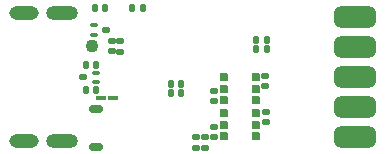
<source format=gbs>
G04 Layer: BottomSolderMaskLayer*
G04 EasyEDA Pro v2.2.20.32, 2024-06-04 01:45:36*
G04 Gerber Generator version 0.3*
G04 Scale: 100 percent, Rotated: No, Reflected: No*
G04 Dimensions in millimeters*
G04 Leading zeros omitted, absolute positions, 3 integers and 5 decimals*
%FSLAX35Y35*%
%MOMM*%
%AMRoundRect*1,1,$1,$2,$3*1,1,$1,$4,$5*1,1,$1,0-$2,0-$3*1,1,$1,0-$4,0-$5*20,1,$1,$2,$3,$4,$5,0*20,1,$1,$4,$5,0-$2,0-$3,0*20,1,$1,0-$2,0-$3,0-$4,0-$5,0*20,1,$1,0-$4,0-$5,$2,$3,0*4,1,4,$2,$3,$4,$5,0-$2,0-$3,0-$4,0-$5,$2,$3,0*%
%ADD10O,2.70002X1.20002*%
%ADD11O,2.50002X1.20002*%
%ADD12RoundRect,1.11981X-1.24109X-0.34109X-1.24109X0.34109*%
%ADD13RoundRect,0.2304X0.2056X0.1106X0.2056X-0.1106*%
%ADD14RoundRect,0.2304X0.1106X-0.2056X-0.1106X-0.2056*%
%ADD15RoundRect,0.2304X-0.1106X0.2056X0.1106X0.2056*%
%ADD16RoundRect,0.2304X-0.2056X-0.1106X-0.2056X0.1106*%
%ADD17RoundRect,0.29313X0.43443X0.15443X0.43443X-0.15443*%
%ADD18RoundRect,0.14869X-0.32665X0.12665X0.32665X0.12665*%
%ADD19RoundRect,0.15591X0.22305X-0.13805X-0.22305X-0.13805*%
%ADD20RoundRect,0.1364X0.2328X-0.1078X-0.2328X-0.1078*%
%ADD21RoundRect,0.15591X-0.22305X0.13805X0.22305X0.13805*%
%ADD22RoundRect,0.1364X-0.2328X0.1078X0.2328X0.1078*%
%ADD23RoundRect,0.2304X0.2056X0.1106X0.2056X-0.1106*%
%ADD24C,1.102*%
%ADD25RoundRect,0.21778X-0.24211X0.24211X0.24211X0.24211*%
G75*


G04 Pad Start*
G54D10*
G01X-1029155Y540004D03*
G54D11*
G01X-1352141Y540004D03*
G01X-1352167Y-540004D03*
G54D10*
G01X-1029155Y-540004D03*
G54D12*
G01X1449700Y508000D03*
G01X1449700Y0D03*
G01X1449700Y254000D03*
G01X1449700Y-508000D03*
G01X1449700Y-254000D03*
G54D13*
G01X178144Y-509217D03*
G01X178144Y-595780D03*
G54D14*
G01X-21562Y-57506D03*
G01X-108125Y-57506D03*
G01X-21562Y-135010D03*
G01X-108125Y-135010D03*
G54D15*
G01X-753280Y588938D03*
G01X-666717Y588938D03*
G54D16*
G01X692533Y-75943D03*
G01X692533Y10620D03*
G01X694997Y-380941D03*
G01X694997Y-294378D03*
G54D17*
G01X-739645Y-588573D03*
G01X-739645Y-266806D03*
G54D18*
G01X-600448Y-178093D03*
G01X-700448Y-178093D03*
G54D19*
G01X-657040Y399999D03*
G54D20*
G01X-762958Y359994D03*
G01X-762958Y440004D03*
G54D21*
G01X-847957Y0D03*
G54D22*
G01X-742039Y40005D03*
G01X-742039Y-40005D03*
G54D23*
G01X101439Y-509217D03*
G01X101439Y-595780D03*
G54D14*
G01X-346735Y586089D03*
G01X-433298Y586089D03*
G54D24*
G01X-774562Y261206D03*
G54D16*
G01X256060Y-508281D03*
G01X256060Y-421717D03*
G01X256060Y-203281D03*
G01X256060Y-116718D03*
G54D25*
G01X339398Y-496023D03*
G01X339398Y-401027D03*
G01X339398Y-306031D03*
G01X609400Y-306031D03*
G01X609400Y-401027D03*
G01X609400Y-496023D03*
G01X339398Y-191023D03*
G01X339398Y-96027D03*
G01X339398Y-1031D03*
G01X609400Y-1031D03*
G01X609400Y-96027D03*
G01X609400Y-191023D03*
G54D15*
G01X-828280Y103939D03*
G01X-741717Y103939D03*
G01X-828280Y-106060D03*
G01X-741717Y-106060D03*
G54D14*
G01X703253Y315336D03*
G01X616689Y315336D03*
G01X703253Y240337D03*
G01X616689Y240337D03*
G54D23*
G01X-610075Y304787D03*
G01X-610075Y218223D03*
G01X-537044Y304190D03*
G01X-537044Y217627D03*
G04 Pad End*

M02*


</source>
